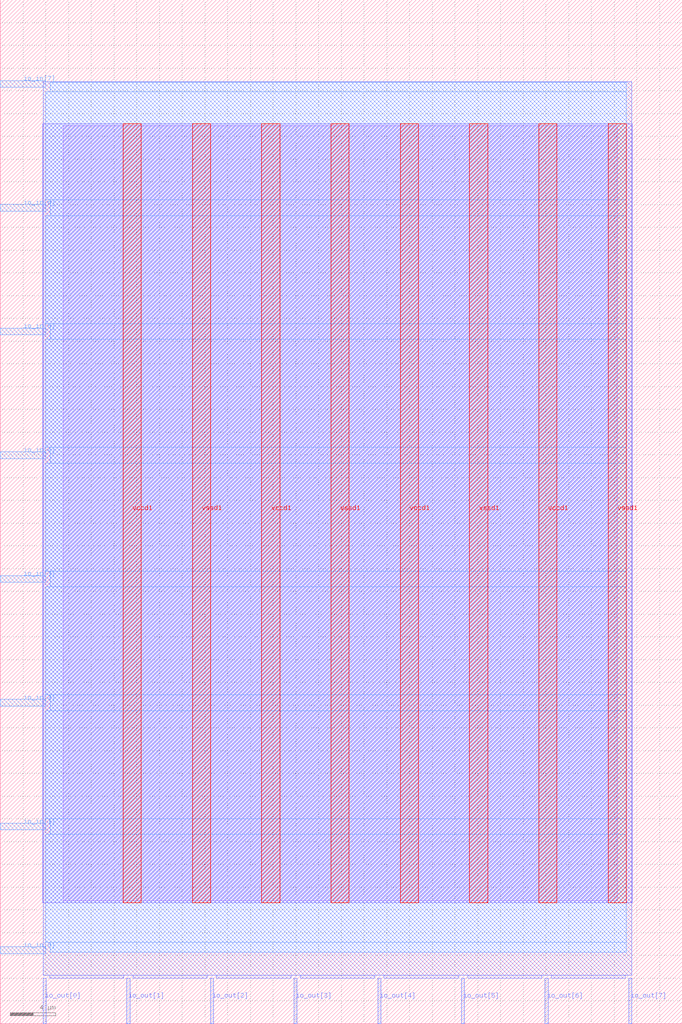
<source format=lef>
VERSION 5.7 ;
  NOWIREEXTENSIONATPIN ON ;
  DIVIDERCHAR "/" ;
  BUSBITCHARS "[]" ;
MACRO tt2_tholin_multiplier
  CLASS BLOCK ;
  FOREIGN tt2_tholin_multiplier ;
  ORIGIN 0.000 0.000 ;
  SIZE 60.000 BY 90.000 ;
  PIN io_in[0]
    DIRECTION INPUT ;
    USE SIGNAL ;
    PORT
      LAYER met3 ;
        RECT 0.000 6.160 4.000 6.760 ;
    END
  END io_in[0]
  PIN io_in[1]
    DIRECTION INPUT ;
    USE SIGNAL ;
    PORT
      LAYER met3 ;
        RECT 0.000 17.040 4.000 17.640 ;
    END
  END io_in[1]
  PIN io_in[2]
    DIRECTION INPUT ;
    USE SIGNAL ;
    PORT
      LAYER met3 ;
        RECT 0.000 27.920 4.000 28.520 ;
    END
  END io_in[2]
  PIN io_in[3]
    DIRECTION INPUT ;
    USE SIGNAL ;
    PORT
      LAYER met3 ;
        RECT 0.000 38.800 4.000 39.400 ;
    END
  END io_in[3]
  PIN io_in[4]
    DIRECTION INPUT ;
    USE SIGNAL ;
    PORT
      LAYER met3 ;
        RECT 0.000 49.680 4.000 50.280 ;
    END
  END io_in[4]
  PIN io_in[5]
    DIRECTION INPUT ;
    USE SIGNAL ;
    PORT
      LAYER met3 ;
        RECT 0.000 60.560 4.000 61.160 ;
    END
  END io_in[5]
  PIN io_in[6]
    DIRECTION INPUT ;
    USE SIGNAL ;
    PORT
      LAYER met3 ;
        RECT 0.000 71.440 4.000 72.040 ;
    END
  END io_in[6]
  PIN io_in[7]
    DIRECTION INPUT ;
    USE SIGNAL ;
    PORT
      LAYER met3 ;
        RECT 0.000 82.320 4.000 82.920 ;
    END
  END io_in[7]
  PIN io_out[0]
    DIRECTION OUTPUT TRISTATE ;
    USE SIGNAL ;
    PORT
      LAYER met2 ;
        RECT 3.770 0.000 4.050 4.000 ;
    END
  END io_out[0]
  PIN io_out[1]
    DIRECTION OUTPUT TRISTATE ;
    USE SIGNAL ;
    PORT
      LAYER met2 ;
        RECT 11.130 0.000 11.410 4.000 ;
    END
  END io_out[1]
  PIN io_out[2]
    DIRECTION OUTPUT TRISTATE ;
    USE SIGNAL ;
    PORT
      LAYER met2 ;
        RECT 18.490 0.000 18.770 4.000 ;
    END
  END io_out[2]
  PIN io_out[3]
    DIRECTION OUTPUT TRISTATE ;
    USE SIGNAL ;
    PORT
      LAYER met2 ;
        RECT 25.850 0.000 26.130 4.000 ;
    END
  END io_out[3]
  PIN io_out[4]
    DIRECTION OUTPUT TRISTATE ;
    USE SIGNAL ;
    PORT
      LAYER met2 ;
        RECT 33.210 0.000 33.490 4.000 ;
    END
  END io_out[4]
  PIN io_out[5]
    DIRECTION OUTPUT TRISTATE ;
    USE SIGNAL ;
    PORT
      LAYER met2 ;
        RECT 40.570 0.000 40.850 4.000 ;
    END
  END io_out[5]
  PIN io_out[6]
    DIRECTION OUTPUT TRISTATE ;
    USE SIGNAL ;
    PORT
      LAYER met2 ;
        RECT 47.930 0.000 48.210 4.000 ;
    END
  END io_out[6]
  PIN io_out[7]
    DIRECTION OUTPUT TRISTATE ;
    USE SIGNAL ;
    PORT
      LAYER met2 ;
        RECT 55.290 0.000 55.570 4.000 ;
    END
  END io_out[7]
  PIN vccd1
    DIRECTION INOUT ;
    USE POWER ;
    PORT
      LAYER met4 ;
        RECT 10.815 10.640 12.415 79.120 ;
    END
    PORT
      LAYER met4 ;
        RECT 23.005 10.640 24.605 79.120 ;
    END
    PORT
      LAYER met4 ;
        RECT 35.195 10.640 36.795 79.120 ;
    END
    PORT
      LAYER met4 ;
        RECT 47.385 10.640 48.985 79.120 ;
    END
  END vccd1
  PIN vssd1
    DIRECTION INOUT ;
    USE GROUND ;
    PORT
      LAYER met4 ;
        RECT 16.910 10.640 18.510 79.120 ;
    END
    PORT
      LAYER met4 ;
        RECT 29.100 10.640 30.700 79.120 ;
    END
    PORT
      LAYER met4 ;
        RECT 41.290 10.640 42.890 79.120 ;
    END
    PORT
      LAYER met4 ;
        RECT 53.480 10.640 55.080 79.120 ;
    END
  END vssd1
  OBS
      LAYER li1 ;
        RECT 5.520 10.795 54.280 78.965 ;
      LAYER met1 ;
        RECT 3.750 10.640 55.590 79.120 ;
      LAYER met2 ;
        RECT 3.780 4.280 55.560 82.805 ;
        RECT 4.330 4.000 10.850 4.280 ;
        RECT 11.690 4.000 18.210 4.280 ;
        RECT 19.050 4.000 25.570 4.280 ;
        RECT 26.410 4.000 32.930 4.280 ;
        RECT 33.770 4.000 40.290 4.280 ;
        RECT 41.130 4.000 47.650 4.280 ;
        RECT 48.490 4.000 55.010 4.280 ;
      LAYER met3 ;
        RECT 4.400 81.920 55.070 82.785 ;
        RECT 4.000 72.440 55.070 81.920 ;
        RECT 4.400 71.040 55.070 72.440 ;
        RECT 4.000 61.560 55.070 71.040 ;
        RECT 4.400 60.160 55.070 61.560 ;
        RECT 4.000 50.680 55.070 60.160 ;
        RECT 4.400 49.280 55.070 50.680 ;
        RECT 4.000 39.800 55.070 49.280 ;
        RECT 4.400 38.400 55.070 39.800 ;
        RECT 4.000 28.920 55.070 38.400 ;
        RECT 4.400 27.520 55.070 28.920 ;
        RECT 4.000 18.040 55.070 27.520 ;
        RECT 4.400 16.640 55.070 18.040 ;
        RECT 4.000 7.160 55.070 16.640 ;
        RECT 4.400 6.295 55.070 7.160 ;
  END
END tt2_tholin_multiplier
END LIBRARY


</source>
